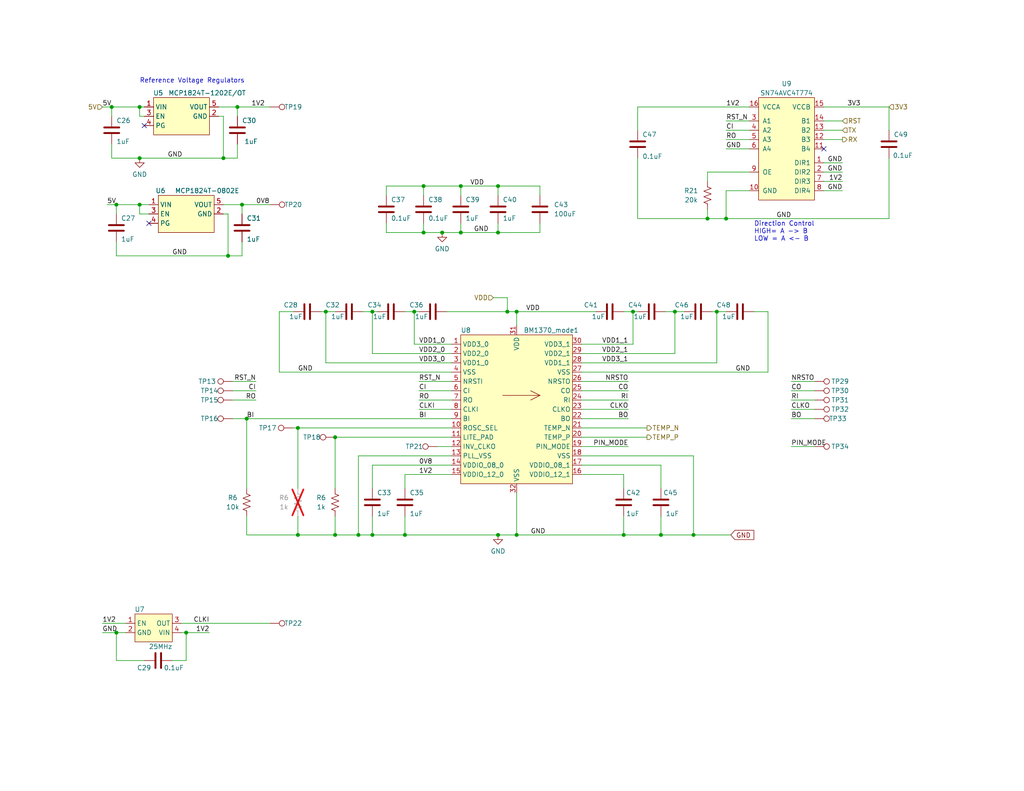
<source format=kicad_sch>
(kicad_sch (version 20250114) (generator "eeschema") (generator_version "9.0")
  (paper "A")
  (title_block (title "bitaxeGamma") (date "2024-09-26") (rev "601"))
  (lib_symbols
    (symbol "Connector:TestPoint" (pin_numbers (hide yes)) (pin_names (offset 0.762) (hide yes))
      (property "Reference" "TP" (at 0 6.858 0))
      (property "Value" "TestPoint" (at 0 5.08 0))
      (symbol "TestPoint_0_1"
        (circle (center 0 3.302) (radius 0.762))
      )
      (symbol "TestPoint_1_1"
        (pin passive line (at 0 0 90) (length 2.54) (name "1") (number "1"))
      )
    )
    (symbol "Device:C" (pin_numbers (hide yes)) (pin_names (offset 0.254))
      (property "Reference" "C" (at 0.635 2.54 0))
      (property "Value" "C" (at 0.635 -2.54 0))
      (symbol "C_0_1"
        (polyline (pts (xy -2.032 0.762) (xy 2.032 0.762)) (stroke (width 0.508)))
        (polyline (pts (xy -2.032 -0.762) (xy 2.032 -0.762)) (stroke (width 0.508)))
      )
      (symbol "C_1_1"
        (pin passive line (at 0 3.81 270) (length 2.794) (name "~") (number "1"))
        (pin passive line (at 0 -3.81 90) (length 2.794) (name "~") (number "2"))
      )
    )
    (symbol "Device:R_US" (pin_numbers (hide yes)) (pin_names (offset 0))
      (property "Reference" "R" (at 2.54 0 90))
      (property "Value" "R_US" (at -2.54 0 90))
      (symbol "R_US_0_1"
        (polyline (pts (xy 0 2.286) (xy 0 2.54)))
        (polyline (pts (xy 0 2.286) (xy 1.016 1.905) (xy 0 1.524) (xy -1.016 1.143) (xy 0 0.762)))
        (polyline (pts (xy 0 0.762) (xy 1.016 0.381) (xy 0 0) (xy -1.016 -0.381) (xy 0 -0.762)))
        (polyline (pts (xy 0 -0.762) (xy 1.016 -1.143) (xy 0 -1.524) (xy -1.016 -1.905) (xy 0 -2.286)))
        (polyline (pts (xy 0 -2.286) (xy 0 -2.54)))
      )
      (symbol "R_US_1_1"
        (pin passive line (at 0 3.81 270) (length 1.27) (name "~") (number "1"))
        (pin passive line (at 0 -3.81 90) (length 1.27) (name "~") (number "2"))
      )
    )
    (symbol "MCP1824_1"
      (property "Reference" "U" (at -7.62 5.08 0))
      (property "Value" "MCP1824_1" (at 5.08 5.08 0))
      (symbol "MCP1824_1_0_1"
        (rectangle (start -7.62 3.81) (end 7.62 -6.35) (stroke (width 0.1524)) (fill (type background)))
      )
      (symbol "MCP1824_1_1_0"
        (pin bidirectional line (at -10.16 1.27 0) (length 2.54) (name "VIN") (number "1"))
        (pin bidirectional line (at -10.16 -1.27 0) (length 2.54) (name "EN") (number "3"))
        (pin bidirectional line (at -10.16 -3.81 0) (length 2.54) (name "PG") (number "4"))
        (pin bidirectional line (at 10.16 1.27 180) (length 2.54) (name "VOUT") (number "5"))
        (pin bidirectional line (at 10.16 -1.27 180) (length 2.54) (name "GND") (number "2"))
      )
    )
    (symbol "bitaxe:BM1370_mode1"
      (property "Reference" "U4" (at -15.24 21.59 0))
      (property "Value" "BM1370_mode1" (at 1.905 21.59 0))
      (symbol "BM1370_mode1_0_1"
        (rectangle (start -15.24 20.32) (end 15.24 -20.32) (fill (type background)))
        (polyline (pts (xy -3.81 3.81) (xy 6.35 3.81)))
        (polyline (pts (xy 3.81 5.08) (xy 6.35 3.81)))
        (polyline (pts (xy 3.81 2.54) (xy 6.35 3.81)))
      )
      (symbol "BM1370_mode1_1_1"
        (pin power_in line (at -17.78 17.78 0) (length 2.54) (name "VDD3_0") (number "1"))
        (pin power_in line (at -17.78 15.24 0) (length 2.54) (name "VDD2_0") (number "2"))
        (pin power_in line (at -17.78 12.7 0) (length 2.54) (name "VDD1_0") (number "3"))
        (pin power_in line (at -17.78 10.16 0) (length 2.54) (name "VSS") (number "4"))
        (pin input line (at -17.78 7.62 0) (length 2.54) (name "NRSTI") (number "5"))
        (pin input line (at -17.78 5.08 0) (length 2.54) (name "CI") (number "6"))
        (pin output line (at -17.78 2.54 0) (length 2.54) (name "RO") (number "7"))
        (pin input line (at -17.78 0 0) (length 2.54) (name "CLKI") (number "8"))
        (pin input line (at -17.78 -2.54 0) (length 2.54) (name "BI") (number "9"))
        (pin unspecified line (at -17.78 -5.08 0) (length 2.54) (name "ROSC_SEL") (number "10"))
        (pin unspecified line (at -17.78 -7.62 0) (length 2.54) (name "LITE_PAD") (number "11"))
        (pin unspecified line (at -17.78 -10.16 0) (length 2.54) (name "INV_CLKO") (number "12"))
        (pin power_in line (at -17.78 -12.7 0) (length 2.54) (name "PLL_VSS") (number "13"))
        (pin power_in line (at -17.78 -15.24 0) (length 2.54) (name "VDDIO_08_0") (number "14"))
        (pin power_in line (at -17.78 -17.78 0) (length 2.54) (name "VDDIO_12_0") (number "15"))
        (pin power_in line (at 0 22.86 270) (length 2.54) (name "VDD") (number "31"))
        (pin power_in line (at 0 -22.86 90) (length 2.54) (name "VSS") (number "32"))
        (pin power_in line (at 17.78 17.78 180) (length 2.54) (name "VDD3_1") (number "30"))
        (pin power_in line (at 17.78 15.24 180) (length 2.54) (name "VDD2_1") (number "29"))
        (pin power_in line (at 17.78 12.7 180) (length 2.54) (name "VDD1_1") (number "28"))
        (pin power_in line (at 17.78 10.16 180) (length 2.54) (name "VSS") (number "27"))
        (pin output line (at 17.78 7.62 180) (length 2.54) (name "NRSTO") (number "26"))
        (pin output line (at 17.78 5.08 180) (length 2.54) (name "CO") (number "25"))
        (pin input line (at 17.78 2.54 180) (length 2.54) (name "RI") (number "24"))
        (pin output line (at 17.78 0 180) (length 2.54) (name "CLKO") (number "23"))
        (pin output line (at 17.78 -2.54 180) (length 2.54) (name "BO") (number "22"))
        (pin unspecified line (at 17.78 -5.08 180) (length 2.54) (name "TEMP_N") (number "21"))
        (pin unspecified line (at 17.78 -7.62 180) (length 2.54) (name "TEMP_P") (number "20"))
        (pin input line (at 17.78 -10.16 180) (length 2.54) (name "PIN_MODE") (number "19"))
        (pin power_in line (at 17.78 -12.7 180) (length 2.54) (name "VSS") (number "18"))
        (pin power_in line (at 17.78 -15.24 180) (length 2.54) (name "VDDIO_08_1") (number "17"))
        (pin power_in line (at 17.78 -17.78 180) (length 2.54) (name "VDDIO_12_1") (number "16"))
      )
    )
    (symbol "bitaxe:MCP1824"
      (property "Reference" "U" (at -7.62 5.08 0))
      (property "Value" "MCP1824" (at 5.08 5.08 0))
      (symbol "MCP1824_0_1"
        (rectangle (start -7.62 3.81) (end 7.62 -6.35) (stroke (width 0.1524)) (fill (type background)))
      )
      (symbol "MCP1824_1_0"
        (pin bidirectional line (at -10.16 1.27 0) (length 2.54) (name "VIN") (number "1"))
        (pin bidirectional line (at -10.16 -1.27 0) (length 2.54) (name "EN") (number "3"))
        (pin bidirectional line (at -10.16 -3.81 0) (length 2.54) (name "PG") (number "4"))
        (pin bidirectional line (at 10.16 1.27 180) (length 2.54) (name "VOUT") (number "5"))
        (pin bidirectional line (at 10.16 -1.27 180) (length 2.54) (name "GND") (number "2"))
      )
    )
    (symbol "bitaxe:SN74AVC4T774" (pin_names (offset 1.016))
      (property "Reference" "U" (at -6.35 12.7 0))
      (property "Value" "SN74AVC4T774" (at -7.62 -19.05 0))
      (symbol "SN74AVC4T774_0_0"
        (rectangle (start -7.62 11.43) (end 7.62 -16.51) (stroke (width 0.1524)) (fill (type background)))
      )
      (symbol "SN74AVC4T774_1_0"
        (pin power_in line (at -10.16 8.89 0) (length 2.54) (name "VCCA") (number "16"))
        (pin bidirectional line (at -10.16 5.08 0) (length 2.54) (name "A1") (number "3"))
        (pin bidirectional line (at -10.16 2.54 0) (length 2.54) (name "A2") (number "4"))
        (pin bidirectional line (at -10.16 0 0) (length 2.54) (name "A3") (number "5"))
        (pin bidirectional line (at -10.16 -2.54 0) (length 2.54) (name "A4") (number "6"))
        (pin input line (at -10.16 -8.89 0) (length 2.54) (name "OE") (number "9"))
        (pin power_in line (at -10.16 -13.97 0) (length 2.54) (name "GND") (number "10"))
        (pin power_in line (at 10.16 8.89 180) (length 2.54) (name "VCCB") (number "15"))
        (pin bidirectional line (at 10.16 5.08 180) (length 2.54) (name "B1") (number "14"))
        (pin bidirectional line (at 10.16 2.54 180) (length 2.54) (name "B2") (number "13"))
        (pin bidirectional line (at 10.16 0 180) (length 2.54) (name "B3") (number "12"))
        (pin bidirectional line (at 10.16 -2.54 180) (length 2.54) (name "B4") (number "11"))
        (pin input line (at 10.16 -6.35 180) (length 2.54) (name "DIR1") (number "1"))
        (pin input line (at 10.16 -8.89 180) (length 2.54) (name "DIR2") (number "2"))
        (pin input line (at 10.16 -11.43 180) (length 2.54) (name "DIR3") (number "7"))
        (pin input line (at 10.16 -13.97 180) (length 2.54) (name "DIR4") (number "8"))
      )
    )
    (symbol "bitaxe:oscillator"
      (property "Reference" "U" (at -3.81 5.08 0))
      (property "Value" "oscillator" (at 0 -5.08 0))
      (symbol "oscillator_0_1"
        (rectangle (start -5.08 3.81) (end 5.08 -3.81) (stroke (width 0.1524)) (fill (type background)))
      )
      (symbol "oscillator_1_0"
        (pin bidirectional line (at -7.62 1.27 0) (length 2.54) (name "EN") (number "1"))
        (pin bidirectional line (at -7.62 -1.27 0) (length 2.54) (name "GND") (number "2"))
        (pin bidirectional line (at 7.62 1.27 180) (length 2.54) (name "OUT") (number "3"))
        (pin bidirectional line (at 7.62 -1.27 180) (length 2.54) (name "VIN") (number "4"))
      )
    )
    (symbol "power:GND" (power) (pin_names (offset 0))
      (property "Value" "GND" (at 0 -3.81 0))
      (symbol "GND_0_1"
        (polyline (pts (xy 0 0) (xy 0 -1.27) (xy 1.27 -1.27) (xy 0 -2.54) (xy -1.27 -1.27) (xy 0 -1.27)))
      )
      (symbol "GND_1_1"
        (pin power_in line (at 0 0 270) (length 0) (hide yes) (name "GND") (number "1"))
      )
    )
  )
  (text "Reference Voltage Regulators" (at 38.1 22.86 0) (effects (font (size 1.27 1.27)) (justify left bottom)))
  (text "Direction Control\nHIGH= A -> B\nLOW = A <- B" (at 205.74 66.04 0) (effects (font (size 1.27 1.27)) (justify left bottom)))
  (junction (at 180.34 146.05))
  (junction (at 184.15 85.09))
  (junction (at 115.57 63.5) (diameter 0.9144))
  (junction (at 38.1 43.18))
  (junction (at 67.31 114.3))
  (junction (at 30.48 29.21) (diameter 0.9144))
  (junction (at 125.73 50.8) (diameter 0.9144))
  (junction (at 135.89 50.8))
  (junction (at 38.1 55.88))
  (junction (at 135.89 63.5))
  (junction (at 81.28 116.84))
  (junction (at 120.65 63.5))
  (junction (at 62.23 69.85) (diameter 0.9144))
  (junction (at 101.6 85.09))
  (junction (at 101.6 146.05))
  (junction (at 91.44 119.38))
  (junction (at 113.03 85.09))
  (junction (at 97.79 146.05))
  (junction (at 110.49 146.05))
  (junction (at 64.77 29.21) (diameter 0.9144))
  (junction (at 189.23 146.05))
  (junction (at 50.8 172.72))
  (junction (at 138.43 85.09))
  (junction (at 135.89 146.05))
  (junction (at 91.44 146.05))
  (junction (at 31.75 55.88) (diameter 0.9144))
  (junction (at 125.73 63.5) (diameter 0.9144))
  (junction (at 198.12 59.69))
  (junction (at 170.18 146.05))
  (junction (at 172.72 85.09))
  (junction (at 81.28 146.05))
  (junction (at 60.96 43.18) (diameter 0.9144))
  (junction (at 195.58 85.09))
  (junction (at 38.1 29.21))
  (junction (at 88.9 85.09))
  (junction (at 193.04 59.69))
  (junction (at 140.97 85.09))
  (junction (at 31.75 172.72))
  (junction (at 115.57 50.8) (diameter 0.9144))
  (junction (at 140.97 146.05))
  (junction (at 66.04 55.88) (diameter 0.9144))
  (no_connect (at 40.64 60.96))
  (no_connect (at 224.79 40.64))
  (no_connect (at 39.37 34.29))
  (wire (pts (xy 31.75 180.34) (xy 31.75 172.72)))
  (wire (pts (xy 180.34 146.05) (xy 189.23 146.05)))
  (wire (pts (xy 101.6 127) (xy 123.19 127)))
  (wire (pts (xy 105.41 60.96) (xy 105.41 63.5)))
  (wire (pts (xy 110.49 129.54) (xy 110.49 133.35)))
  (wire (pts (xy 242.57 29.21) (xy 242.57 35.56)))
  (wire (pts (xy 88.9 99.06) (xy 88.9 85.09)))
  (wire (pts (xy 198.12 59.69) (xy 242.57 59.69)))
  (wire (pts (xy 140.97 134.62) (xy 140.97 146.05)))
  (wire (pts (xy 134.62 81.28) (xy 138.43 81.28)))
  (wire (pts (xy 91.44 140.97) (xy 91.44 146.05)))
  (wire (pts (xy 215.9 114.3) (xy 222.25 114.3)))
  (wire (pts (xy 125.73 53.34) (xy 125.73 50.8)))
  (wire (pts (xy 115.57 63.5) (xy 105.41 63.5)))
  (wire (pts (xy 195.58 99.06) (xy 195.58 85.09)))
  (wire (pts (xy 198.12 52.07) (xy 198.12 59.69)))
  (wire (pts (xy 114.3 104.14) (xy 123.19 104.14)))
  (wire (pts (xy 110.49 85.09) (xy 113.03 85.09)))
  (wire (pts (xy 113.03 85.09) (xy 114.3 85.09)))
  (wire (pts (xy 158.75 121.92) (xy 171.45 121.92)))
  (wire (pts (xy 64.77 39.37) (xy 64.77 43.18)))
  (wire (pts (xy 158.75 124.46) (xy 189.23 124.46)))
  (wire (pts (xy 158.75 93.98) (xy 172.72 93.98)))
  (wire (pts (xy 81.28 146.05) (xy 91.44 146.05)))
  (wire (pts (xy 60.96 31.75) (xy 59.69 31.75)))
  (wire (pts (xy 31.75 55.88) (xy 38.1 55.88)))
  (wire (pts (xy 158.75 104.14) (xy 171.45 104.14)))
  (wire (pts (xy 88.9 85.09) (xy 91.44 85.09)))
  (wire (pts (xy 101.6 127) (xy 101.6 133.35)))
  (wire (pts (xy 76.2 101.6) (xy 76.2 85.09)))
  (wire (pts (xy 101.6 146.05) (xy 110.49 146.05)))
  (wire (pts (xy 162.56 85.09) (xy 140.97 85.09)))
  (wire (pts (xy 184.15 85.09) (xy 186.69 85.09)))
  (wire (pts (xy 46.99 180.34) (xy 50.8 180.34)))
  (wire (pts (xy 209.55 85.09) (xy 205.74 85.09)))
  (wire (pts (xy 115.57 53.34) (xy 115.57 50.8)))
  (wire (pts (xy 189.23 124.46) (xy 189.23 146.05)))
  (wire (pts (xy 99.06 85.09) (xy 101.6 85.09)))
  (wire (pts (xy 62.23 58.42) (xy 60.96 58.42)))
  (wire (pts (xy 135.89 60.96) (xy 135.89 63.5)))
  (wire (pts (xy 193.04 59.69) (xy 193.04 57.15)))
  (wire (pts (xy 242.57 43.18) (xy 242.57 59.69)))
  (wire (pts (xy 180.34 127) (xy 180.34 133.35)))
  (wire (pts (xy 64.77 43.18) (xy 60.96 43.18)))
  (wire (pts (xy 31.75 66.04) (xy 31.75 69.85)))
  (wire (pts (xy 158.75 109.22) (xy 171.45 109.22)))
  (wire (pts (xy 172.72 93.98) (xy 172.72 85.09)))
  (wire (pts (xy 50.8 172.72) (xy 57.15 172.72)))
  (wire (pts (xy 147.32 60.96) (xy 147.32 63.5)))
  (wire (pts (xy 158.75 96.52) (xy 184.15 96.52)))
  (wire (pts (xy 31.75 55.88) (xy 31.75 58.42)))
  (wire (pts (xy 67.31 140.97) (xy 67.31 146.05)))
  (wire (pts (xy 209.55 101.6) (xy 209.55 85.09)))
  (wire (pts (xy 62.23 69.85) (xy 31.75 69.85)))
  (wire (pts (xy 66.04 66.04) (xy 66.04 69.85)))
  (wire (pts (xy 224.79 35.56) (xy 229.87 35.56)))
  (wire (pts (xy 66.04 55.88) (xy 73.66 55.88)))
  (wire (pts (xy 215.9 106.68) (xy 222.25 106.68)))
  (wire (pts (xy 81.28 140.97) (xy 81.28 146.05)))
  (wire (pts (xy 50.8 180.34) (xy 50.8 172.72)))
  (wire (pts (xy 135.89 50.8) (xy 147.32 50.8)))
  (wire (pts (xy 113.03 93.98) (xy 123.19 93.98)))
  (wire (pts (xy 66.04 69.85) (xy 62.23 69.85)))
  (wire (pts (xy 67.31 114.3) (xy 123.19 114.3)))
  (wire (pts (xy 38.1 58.42) (xy 38.1 55.88)))
  (wire (pts (xy 114.3 106.68) (xy 123.19 106.68)))
  (wire (pts (xy 30.48 39.37) (xy 30.48 43.18)))
  (wire (pts (xy 38.1 29.21) (xy 39.37 29.21)))
  (wire (pts (xy 115.57 60.96) (xy 115.57 63.5)))
  (wire (pts (xy 121.92 85.09) (xy 138.43 85.09)))
  (wire (pts (xy 120.65 63.5) (xy 115.57 63.5)))
  (wire (pts (xy 62.23 58.42) (xy 62.23 69.85)))
  (wire (pts (xy 87.63 85.09) (xy 88.9 85.09)))
  (wire (pts (xy 91.44 119.38) (xy 91.44 133.35)))
  (wire (pts (xy 158.75 99.06) (xy 195.58 99.06)))
  (wire (pts (xy 123.19 101.6) (xy 76.2 101.6)))
  (wire (pts (xy 101.6 96.52) (xy 123.19 96.52)))
  (wire (pts (xy 81.28 116.84) (xy 123.19 116.84)))
  (wire (pts (xy 88.9 99.06) (xy 123.19 99.06)))
  (wire (pts (xy 138.43 81.28) (xy 138.43 85.09)))
  (wire (pts (xy 158.75 127) (xy 180.34 127)))
  (wire (pts (xy 38.1 31.75) (xy 39.37 31.75)))
  (wire (pts (xy 97.79 124.46) (xy 97.79 146.05)))
  (wire (pts (xy 215.9 121.92) (xy 222.25 121.92)))
  (wire (pts (xy 125.73 60.96) (xy 125.73 63.5)))
  (wire (pts (xy 224.79 38.1) (xy 229.87 38.1)))
  (wire (pts (xy 81.28 146.05) (xy 67.31 146.05)))
  (wire (pts (xy 181.61 85.09) (xy 184.15 85.09)))
  (wire (pts (xy 31.75 172.72) (xy 34.29 172.72)))
  (wire (pts (xy 193.04 46.99) (xy 193.04 49.53)))
  (wire (pts (xy 224.79 46.99) (xy 229.87 46.99)))
  (wire (pts (xy 158.75 129.54) (xy 170.18 129.54)))
  (wire (pts (xy 101.6 140.97) (xy 101.6 146.05)))
  (wire (pts (xy 158.75 114.3) (xy 171.45 114.3)))
  (wire (pts (xy 215.9 111.76) (xy 222.25 111.76)))
  (wire (pts (xy 224.79 29.21) (xy 242.57 29.21)))
  (wire (pts (xy 158.75 106.68) (xy 171.45 106.68)))
  (wire (pts (xy 38.1 55.88) (xy 40.64 55.88)))
  (wire (pts (xy 158.75 101.6) (xy 209.55 101.6)))
  (wire (pts (xy 198.12 35.56) (xy 204.47 35.56)))
  (wire (pts (xy 60.96 31.75) (xy 60.96 43.18)))
  (wire (pts (xy 110.49 129.54) (xy 123.19 129.54)))
  (wire (pts (xy 110.49 140.97) (xy 110.49 146.05)))
  (wire (pts (xy 204.47 46.99) (xy 193.04 46.99)))
  (wire (pts (xy 105.41 53.34) (xy 105.41 50.8)))
  (wire (pts (xy 60.96 55.88) (xy 66.04 55.88)))
  (wire (pts (xy 63.5 106.68) (xy 69.85 106.68)))
  (wire (pts (xy 170.18 140.97) (xy 170.18 146.05)))
  (wire (pts (xy 198.12 33.02) (xy 204.47 33.02)))
  (wire (pts (xy 195.58 85.09) (xy 198.12 85.09)))
  (wire (pts (xy 170.18 85.09) (xy 172.72 85.09)))
  (wire (pts (xy 30.48 29.21) (xy 38.1 29.21)))
  (wire (pts (xy 27.94 29.21) (xy 30.48 29.21)))
  (wire (pts (xy 224.79 44.45) (xy 229.87 44.45)))
  (wire (pts (xy 158.75 116.84) (xy 176.53 116.84)))
  (wire (pts (xy 30.48 29.21) (xy 30.48 31.75)))
  (wire (pts (xy 27.94 170.18) (xy 34.29 170.18)))
  (wire (pts (xy 125.73 63.5) (xy 120.65 63.5)))
  (wire (pts (xy 123.19 119.38) (xy 91.44 119.38)))
  (wire (pts (xy 38.1 58.42) (xy 40.64 58.42)))
  (wire (pts (xy 119.38 121.92) (xy 123.19 121.92)))
  (wire (pts (xy 173.99 43.18) (xy 173.99 59.69)))
  (wire (pts (xy 101.6 96.52) (xy 101.6 85.09)))
  (wire (pts (xy 173.99 29.21) (xy 204.47 29.21)))
  (wire (pts (xy 29.21 55.88) (xy 31.75 55.88)))
  (wire (pts (xy 224.79 33.02) (xy 229.87 33.02)))
  (wire (pts (xy 224.79 49.53) (xy 229.87 49.53)))
  (wire (pts (xy 101.6 85.09) (xy 102.87 85.09)))
  (wire (pts (xy 189.23 146.05) (xy 199.39 146.05)))
  (wire (pts (xy 115.57 50.8) (xy 125.73 50.8)))
  (wire (pts (xy 59.69 29.21) (xy 64.77 29.21)))
  (wire (pts (xy 173.99 59.69) (xy 193.04 59.69)))
  (wire (pts (xy 49.53 172.72) (xy 50.8 172.72)))
  (wire (pts (xy 76.2 85.09) (xy 80.01 85.09)))
  (wire (pts (xy 215.9 109.22) (xy 222.25 109.22)))
  (wire (pts (xy 170.18 129.54) (xy 170.18 133.35)))
  (wire (pts (xy 97.79 146.05) (xy 101.6 146.05)))
  (wire (pts (xy 198.12 38.1) (xy 204.47 38.1)))
  (wire (pts (xy 114.3 109.22) (xy 123.19 109.22)))
  (wire (pts (xy 194.31 85.09) (xy 195.58 85.09)))
  (wire (pts (xy 27.94 172.72) (xy 31.75 172.72)))
  (wire (pts (xy 158.75 119.38) (xy 176.53 119.38)))
  (wire (pts (xy 198.12 40.64) (xy 204.47 40.64)))
  (wire (pts (xy 64.77 29.21) (xy 64.77 31.75)))
  (wire (pts (xy 38.1 43.18) (xy 30.48 43.18)))
  (wire (pts (xy 135.89 53.34) (xy 135.89 50.8)))
  (wire (pts (xy 67.31 114.3) (xy 67.31 133.35)))
  (wire (pts (xy 170.18 146.05) (xy 180.34 146.05)))
  (wire (pts (xy 140.97 85.09) (xy 140.97 88.9)))
  (wire (pts (xy 113.03 85.09) (xy 113.03 93.98)))
  (wire (pts (xy 140.97 146.05) (xy 170.18 146.05)))
  (wire (pts (xy 198.12 59.69) (xy 193.04 59.69)))
  (wire (pts (xy 66.04 55.88) (xy 66.04 58.42)))
  (wire (pts (xy 147.32 53.34) (xy 147.32 50.8)))
  (wire (pts (xy 64.77 29.21) (xy 73.66 29.21)))
  (wire (pts (xy 110.49 146.05) (xy 135.89 146.05)))
  (wire (pts (xy 38.1 31.75) (xy 38.1 29.21)))
  (wire (pts (xy 114.3 111.76) (xy 123.19 111.76)))
  (wire (pts (xy 173.99 29.21) (xy 173.99 35.56)))
  (wire (pts (xy 224.79 52.07) (xy 229.87 52.07)))
  (wire (pts (xy 135.89 146.05) (xy 140.97 146.05)))
  (wire (pts (xy 123.19 124.46) (xy 97.79 124.46)))
  (wire (pts (xy 81.28 116.84) (xy 81.28 133.35)))
  (wire (pts (xy 125.73 50.8) (xy 135.89 50.8)))
  (wire (pts (xy 172.72 85.09) (xy 173.99 85.09)))
  (wire (pts (xy 215.9 104.14) (xy 222.25 104.14)))
  (wire (pts (xy 63.5 109.22) (xy 69.85 109.22)))
  (wire (pts (xy 91.44 146.05) (xy 97.79 146.05)))
  (wire (pts (xy 105.41 50.8) (xy 115.57 50.8)))
  (wire (pts (xy 39.37 180.34) (xy 31.75 180.34)))
  (wire (pts (xy 204.47 52.07) (xy 198.12 52.07)))
  (wire (pts (xy 184.15 96.52) (xy 184.15 85.09)))
  (wire (pts (xy 158.75 111.76) (xy 171.45 111.76)))
  (wire (pts (xy 135.89 63.5) (xy 125.73 63.5)))
  (wire (pts (xy 63.5 114.3) (xy 67.31 114.3)))
  (wire (pts (xy 49.53 170.18) (xy 73.66 170.18)))
  (wire (pts (xy 80.01 116.84) (xy 81.28 116.84)))
  (wire (pts (xy 63.5 104.14) (xy 69.85 104.14)))
  (wire (pts (xy 138.43 85.09) (xy 140.97 85.09)))
  (wire (pts (xy 180.34 140.97) (xy 180.34 146.05)))
  (wire (pts (xy 60.96 43.18) (xy 38.1 43.18)))
  (wire (pts (xy 135.89 63.5) (xy 147.32 63.5)))
  (label "GND" (at 45.72 43.18 0))
  (label "RST_N" (at 69.85 104.14 180))
  (label "GND" (at 229.87 46.99 180))
  (label "1V2" (at 114.3 129.54 0))
  (label "1V2" (at 68.58 29.21 0))
  (label "BI" (at 67.31 114.3 0))
  (label "GND" (at 27.94 172.72 0))
  (label "CLKO" (at 171.45 111.76 180))
  (label "RST_N" (at 114.3 104.14 0))
  (label "5V" (at 29.21 55.88 0))
  (label "RO" (at 114.3 109.22 0))
  (label "0V8" (at 69.85 55.88 0))
  (label "CO" (at 215.9 106.68 0))
  (label "GND" (at 144.78 146.05 0))
  (label "BO" (at 215.9 114.3 0))
  (label "GND" (at 198.12 40.64 0))
  (label "5V" (at 27.94 29.21 0))
  (label "CI" (at 198.12 35.56 0))
  (label "GND" (at 229.87 52.07 180))
  (label "PIN_MODE" (at 215.9 121.92 0))
  (label "1V2" (at 229.87 49.53 180))
  (label "CI" (at 69.85 106.68 180))
  (label "1V2" (at 27.94 170.18 0))
  (label "RO" (at 198.12 38.1 0))
  (label "NRSTO" (at 215.9 104.14 0))
  (label "PIN_MODE" (at 171.45 121.92 180))
  (label "0V8" (at 114.3 127 0))
  (label "GND" (at 46.99 69.85 0))
  (label "VDD3_1" (at 171.45 99.06 180))
  (label "VDD2_1" (at 171.45 96.52 180))
  (label "RI" (at 215.9 109.22 0))
  (label "RST_N" (at 198.12 33.02 0))
  (label "CLKI" (at 114.3 111.76 0))
  (label "1V2" (at 198.12 29.21 0))
  (label "CO" (at 171.45 106.68 180))
  (label "VDD1_0" (at 114.3 93.98 0))
  (label "VDD3_0" (at 114.3 99.06 0))
  (label "CLKO" (at 215.9 111.76 0))
  (label "CLKI" (at 57.15 170.18 180))
  (label "3V3" (at 231.14 29.21 0))
  (label "RO" (at 69.85 109.22 180))
  (label "VDD1_1" (at 171.45 93.98 180))
  (label "GND" (at 81.28 101.6 0))
  (label "VDD" (at 143.51 85.09 0))
  (label "BO" (at 171.45 114.3 180))
  (label "GND" (at 215.9 59.69 180))
  (label "RI" (at 171.45 109.22 180))
  (label "1V2" (at 57.15 172.72 180))
  (label "VDD2_0" (at 114.3 96.52 0))
  (label "NRSTO" (at 171.45 104.14 180))
  (label "GND" (at 200.66 101.6 0))
  (label "GND" (at 133.35 63.5 180))
  (label "GND" (at 229.87 44.45 180))
  (label "CI" (at 114.3 106.68 0))
  (label "VDD" (at 128.27 50.8 0))
  (label "BI" (at 114.3 114.3 0))
  (global_label "GND" (shape input) (at 199.39 146.05 0) (property "Intersheetrefs" "${INTERSHEET_REFS}" (effects (hide yes))))
  (hierarchical_label "5V" (shape input) (at 27.94 29.21 180))
  (hierarchical_label "TEMP_N" (shape output) (at 176.53 116.84 0))
  (hierarchical_label "3V3" (shape input) (at 242.57 29.21 0))
  (hierarchical_label "TX" (shape input) (at 229.87 35.56 0))
  (hierarchical_label "RX" (shape output) (at 229.87 38.1 0))
  (hierarchical_label "VDD" (shape input) (at 134.62 81.28 180))
  (hierarchical_label "RST" (shape input) (at 229.87 33.02 0))
  (hierarchical_label "TEMP_P" (shape output) (at 176.53 119.38 0))
  (symbol (lib_id "Device:C") (at 64.77 35.56 0) (unit 1)
    (property "Reference" "C30" (at 66.04 33.655 0) (effects (justify left bottom)))
    (property "Value" "1uF" (at 66.675 39.37 0) (effects (justify left bottom)))
    (property "Footprint" "Capacitor_SMD:C_0402_1005Metric" (effects (hide yes)))
    (property "DK" "587-5514-1-ND" (effects (hide yes)))
    (property "PARTNO" "EMK105BJ105MV-F" (effects (hide yes)))
  )
  (symbol (lib_id "Device:C") (at 30.48 35.56 0) (unit 1)
    (property "Reference" "C26" (at 31.75 33.655 0) (effects (justify left bottom)))
    (property "Value" "1uF" (at 31.75 39.37 0) (effects (justify left bottom)))
    (property "Footprint" "Capacitor_SMD:C_0402_1005Metric" (effects (hide yes)))
    (property "DK" "587-5514-1-ND" (effects (hide yes)))
    (property "PARTNO" "EMK105BJ105MV-F" (effects (hide yes)))
  )
  (symbol (lib_id "Device:C") (at 125.73 57.15 0) (unit 1)
    (property "Reference" "C39" (at 127 55.245 0) (effects (justify left bottom)))
    (property "Value" "1uF" (at 127 60.325 0) (effects (justify left bottom)))
    (property "Footprint" "Capacitor_SMD:C_0402_1005Metric" (effects (hide yes)))
    (property "DK" "587-5514-1-ND" (effects (hide yes)))
    (property "PARTNO" "EMK105BJ105MV-F" (effects (hide yes)))
  )
  (symbol (lib_id "Device:C") (at 118.11 85.09 90) (unit 1)
    (property "Reference" "C36" (at 115.57 82.55 90) (effects (justify left bottom)))
    (property "Value" "1uF" (at 116.84 85.725 90) (effects (justify left bottom)))
    (property "Footprint" "Capacitor_SMD:C_0402_1005Metric" (effects (hide yes)))
    (property "DK" "587-5514-1-ND" (effects (hide yes)))
    (property "PARTNO" "EMK105BJ105MV-F" (effects (hide yes)))
  )
  (symbol (lib_id "Connector:TestPoint") (at 222.25 114.3 270) (unit 1) (in_bom no)
    (property "Reference" "TP33" (at 228.6 114.3 90))
    (property "Value" "TestPoint" (effects (hide yes)))
    (property "Footprint" "TestPoint:TestPoint_Pad_D1.5mm" (effects (hide yes)))
  )
  (symbol (lib_id "Device:C") (at 115.57 57.15 0) (unit 1)
    (property "Reference" "C38" (at 116.84 55.245 0) (effects (justify left bottom)))
    (property "Value" "0.1uF" (at 116.84 60.325 0) (effects (justify left bottom)))
    (property "Footprint" "Capacitor_SMD:C_0402_1005Metric" (effects (hide yes)))
    (property "DK" "1276-1234-1-ND" (effects (hide yes)))
    (property "PARTNO" "CL05A104KO5NNNC" (effects (hide yes)))
  )
  (symbol (lib_id "Connector:TestPoint") (at 222.25 109.22 270) (unit 1) (in_bom no)
    (property "Reference" "TP31" (at 229.235 109.22 90))
    (property "Value" "TestPoint" (effects (hide yes)))
    (property "Footprint" "TestPoint:TestPoint_Pad_D1.5mm" (effects (hide yes)))
  )
  (symbol (lib_id "Connector:TestPoint") (at 222.25 111.76 270) (unit 1) (in_bom no)
    (property "Reference" "TP32" (at 229.235 111.76 90))
    (property "Value" "TestPoint" (effects (hide yes)))
    (property "Footprint" "TestPoint:TestPoint_Pad_D1.5mm" (effects (hide yes)))
  )
  (symbol (lib_id "Device:C") (at 190.5 85.09 90) (unit 1)
    (property "Reference" "C46" (at 187.96 82.55 90) (effects (justify left bottom)))
    (property "Value" "1uF" (at 189.23 85.725 90) (effects (justify left bottom)))
    (property "Footprint" "Capacitor_SMD:C_0402_1005Metric" (effects (hide yes)))
    (property "DK" "587-5514-1-ND" (effects (hide yes)))
    (property "PARTNO" "EMK105BJ105MV-F" (effects (hide yes)))
  )
  (symbol (lib_id "Device:C") (at 201.93 85.09 90) (unit 1)
    (property "Reference" "C48" (at 199.39 82.55 90) (effects (justify left bottom)))
    (property "Value" "1uF" (at 200.66 85.725 90) (effects (justify left bottom)))
    (property "Footprint" "Capacitor_SMD:C_0402_1005Metric" (effects (hide yes)))
    (property "DK" "587-5514-1-ND" (effects (hide yes)))
    (property "PARTNO" "EMK105BJ105MV-F" (effects (hide yes)))
  )
  (symbol (lib_id "Device:C") (at 43.18 180.34 90) (unit 1)
    (property "Reference" "C29" (at 41.275 181.61 90) (effects (justify left bottom)))
    (property "Value" "0.1uF" (at 50.165 181.61 90) (effects (justify left bottom)))
    (property "Footprint" "Capacitor_SMD:C_0402_1005Metric" (effects (hide yes)))
    (property "DK" "1276-1234-1-ND" (effects (hide yes)))
    (property "PARTNO" "CL05A104KO5NNNC" (effects (hide yes)))
  )
  (symbol (lib_id "power:GND") (at 135.89 146.05 0) (mirror y) (unit 1)
    (property "Reference" "#PWR02" (effects (hide yes)))
    (property "Value" "GND" (at 135.89 150.495 0))
  )
  (symbol (lib_id "Device:C") (at 105.41 57.15 0) (unit 1)
    (property "Reference" "C37" (at 106.68 55.245 0) (effects (justify left bottom)))
    (property "Value" "0.1uF" (at 106.68 60.325 0) (effects (justify left bottom)))
    (property "Footprint" "Capacitor_SMD:C_0402_1005Metric" (effects (hide yes)))
    (property "DK" "1276-1234-1-ND" (effects (hide yes)))
    (property "PARTNO" "CL05A104KO5NNNC" (effects (hide yes)))
  )
  (symbol (lib_id "Device:C") (at 177.8 85.09 90) (unit 1)
    (property "Reference" "C44" (at 175.26 82.55 90) (effects (justify left bottom)))
    (property "Value" "1uF" (at 176.53 85.725 90) (effects (justify left bottom)))
    (property "Footprint" "Capacitor_SMD:C_0402_1005Metric" (effects (hide yes)))
    (property "DK" "587-5514-1-ND" (effects (hide yes)))
    (property "PARTNO" "EMK105BJ105MV-F" (effects (hide yes)))
  )
  (symbol (lib_id "Device:R_US") (at 193.04 53.34 180) (unit 1)
    (property "Reference" "R21" (at 188.595 52.07 0))
    (property "Value" "20k" (at 188.595 54.61 0))
    (property "Footprint" "Resistor_SMD:R_0402_1005Metric" (effects (hide yes)))
    (property "DK" "311-20.0KLRCT-ND" (effects (hide yes)))
    (property "PARTNO" "RC0402FR-0720KL" (effects (hide yes)))
  )
  (symbol (lib_id "Device:R_US") (at 81.28 137.16 180) (unit 1) (in_bom no) (dnp yes)
    (property "Reference" "R6" (at 77.47 135.89 0))
    (property "Value" "1k" (at 77.47 138.43 0))
    (property "Footprint" "Resistor_SMD:R_0402_1005Metric" (effects (hide yes)))
    (property "DK" "311-1.00KLRCT-ND" (effects (hide yes)))
    (property "PARTNO" "RC0402FR-071KL" (effects (hide yes)))
  )
  (symbol (lib_id "Device:C") (at 101.6 137.16 0) (unit 1)
    (property "Reference" "C33" (at 102.87 135.255 0) (effects (justify left bottom)))
    (property "Value" "1uF" (at 102.87 140.97 0) (effects (justify left bottom)))
    (property "Footprint" "Capacitor_SMD:C_0402_1005Metric" (effects (hide yes)))
    (property "DK" "587-5514-1-ND" (effects (hide yes)))
    (property "PARTNO" "EMK105BJ105MV-F" (effects (hide yes)))
  )
  (symbol (lib_id "Connector:TestPoint") (at 73.66 55.88 270) (mirror x) (unit 1) (in_bom no)
    (property "Reference" "TP20" (at 80.01 55.88 90))
    (property "Value" "TestPoint" (effects (hide yes)))
    (property "Footprint" "TestPoint:TestPoint_Pad_D1.5mm" (effects (hide yes)))
  )
  (symbol (lib_id "Device:C") (at 166.37 85.09 90) (unit 1)
    (property "Reference" "C41" (at 163.195 82.55 90) (effects (justify left bottom)))
    (property "Value" "1uF" (at 165.1 85.725 90) (effects (justify left bottom)))
    (property "Footprint" "Capacitor_SMD:C_0402_1005Metric" (effects (hide yes)))
    (property "DK" "587-5514-1-ND" (effects (hide yes)))
    (property "PARTNO" "EMK105BJ105MV-F" (effects (hide yes)))
  )
  (symbol (lib_id "Device:R_US") (at 91.44 137.16 180) (unit 1)
    (property "Reference" "R6" (at 87.63 135.89 0))
    (property "Value" "1k" (at 87.63 138.43 0))
    (property "Footprint" "Resistor_SMD:R_0402_1005Metric" (effects (hide yes)))
    (property "DK" "311-1.00KLRCT-ND" (effects (hide yes)))
    (property "PARTNO" "RC0402FR-071KL" (effects (hide yes)))
  )
  (symbol (lib_id "Device:C") (at 242.57 39.37 0) (unit 1)
    (property "Reference" "C49" (at 243.84 37.465 0) (effects (justify left bottom)))
    (property "Value" "0.1uF" (at 243.586 43.18 0) (effects (justify left bottom)))
    (property "Footprint" "Capacitor_SMD:C_0402_1005Metric" (effects (hide yes)))
    (property "DK" "1276-1234-1-ND" (effects (hide yes)))
    (property "PARTNO" "CL05A104KO5NNNC" (effects (hide yes)))
  )
  (symbol (lib_id "bitaxe:SN74AVC4T774") (at 214.63 38.1 0) (unit 1)
    (property "Reference" "U9" (at 214.63 22.86 0))
    (property "Value" "SN74AVC4T774" (at 214.63 25.4 0))
    (property "Footprint" "Package_SO:TSSOP-16_4.4x5mm_P0.65mm" (effects (hide yes)))
    (property "Datasheet" "https://www.ti.com/lit/ds/symlink/sn74avc4t774.pdf" (effects (hide yes)))
    (property "DK" "296-24739-1-ND" (effects (hide yes)))
    (property "PARTNO" "SN74AVC4T774PWR" (effects (hide yes)))
  )
  (symbol (lib_id "Device:C") (at 147.32 57.15 0) (unit 1)
    (property "Reference" "C43" (at 151.13 55.8799 0) (effects (justify left)))
    (property "Value" "100uF" (at 151.13 58.4199 0) (effects (justify left)))
    (property "Footprint" "Capacitor_SMD:C_1206_3216Metric" (effects (hide yes)))
    (property "Description" "Unpolarized capacitor" (effects (hide yes)))
    (property "DK" "1276-1782-1-ND" (effects (hide yes)))
    (property "PARTNO" "CL31A107MQHNNNE" (effects (hide yes)))
  )
  (symbol (lib_name "MCP1824_1") (lib_id "bitaxe:MCP1824") (at 50.8 57.15 0) (unit 1)
    (property "Reference" "U6" (at 43.815 52.07 0))
    (property "Value" "MCP1824T-0802E" (at 56.515 52.07 0))
    (property "Footprint" "Package_TO_SOT_SMD:SOT-23-5" (effects (hide yes)))
    (property "Datasheet" "https://ww1.microchip.com/downloads/en/DeviceDoc/22070a.pdf" (effects (hide yes)))
    (property "PARTNO" "MCP1824T-0802E/OT" (effects (hide yes)))
    (property "DK" "MCP1824T-0802E/OTCT-ND" (effects (hide yes)))
  )
  (symbol (lib_id "Connector:TestPoint") (at 91.44 119.38 90) (unit 1) (in_bom no)
    (property "Reference" "TP18" (at 85.09 119.38 90))
    (property "Value" "TestPoint" (effects (hide yes)))
    (property "Footprint" "TestPoint:TestPoint_Pad_D1.5mm" (effects (hide yes)))
  )
  (symbol (lib_id "Connector:TestPoint") (at 119.38 121.92 90) (unit 1) (in_bom no)
    (property "Reference" "TP21" (at 113.03 121.92 90))
    (property "Value" "TestPoint" (effects (hide yes)))
    (property "Footprint" "TestPoint:TestPoint_Pad_D1.5mm" (effects (hide yes)))
  )
  (symbol (lib_id "Device:C") (at 83.82 85.09 90) (unit 1)
    (property "Reference" "C28" (at 81.28 82.55 90) (effects (justify left bottom)))
    (property "Value" "1uF" (at 82.55 85.725 90) (effects (justify left bottom)))
    (property "Footprint" "Capacitor_SMD:C_0402_1005Metric" (effects (hide yes)))
    (property "DK" "587-5514-1-ND" (effects (hide yes)))
    (property "PARTNO" "EMK105BJ105MV-F" (effects (hide yes)))
  )
  (symbol (lib_id "power:GND") (at 120.65 63.5 0) (mirror y) (unit 1)
    (property "Reference" "#PWR03" (effects (hide yes)))
    (property "Value" "GND" (at 120.65 67.945 0))
  )
  (symbol (lib_id "Device:C") (at 180.34 137.16 0) (unit 1)
    (property "Reference" "C45" (at 180.975 135.255 0) (effects (justify left bottom)))
    (property "Value" "1uF" (at 181.61 140.97 0) (effects (justify left bottom)))
    (property "Footprint" "Capacitor_SMD:C_0402_1005Metric" (effects (hide yes)))
    (property "DK" "587-5514-1-ND" (effects (hide yes)))
    (property "PARTNO" "EMK105BJ105MV-F" (effects (hide yes)))
  )
  (symbol (lib_id "Connector:TestPoint") (at 63.5 109.22 90) (unit 1) (in_bom no)
    (property "Reference" "TP15" (at 57.15 109.22 90))
    (property "Value" "TestPoint" (effects (hide yes)))
    (property "Footprint" "TestPoint:TestPoint_Pad_D1.5mm" (effects (hide yes)))
  )
  (symbol (lib_id "power:GND") (at 38.1 43.18 0) (mirror y) (unit 1)
    (property "Reference" "#PWR01" (effects (hide yes)))
    (property "Value" "GND" (at 38.1 47.625 0))
  )
  (symbol (lib_id "Device:C") (at 170.18 137.16 0) (unit 1)
    (property "Reference" "C42" (at 170.815 135.255 0) (effects (justify left bottom)))
    (property "Value" "1uF" (at 170.815 140.97 0) (effects (justify left bottom)))
    (property "Footprint" "Capacitor_SMD:C_0402_1005Metric" (effects (hide yes)))
    (property "DK" "587-5514-1-ND" (effects (hide yes)))
    (property "PARTNO" "EMK105BJ105MV-F" (effects (hide yes)))
  )
  (symbol (lib_id "Connector:TestPoint") (at 73.66 170.18 270) (unit 1) (in_bom no)
    (property "Reference" "TP22" (at 80.01 170.18 90))
    (property "Value" "TestPoint" (effects (hide yes)))
    (property "Footprint" "TestPoint:TestPoint_Pad_D1.5mm" (effects (hide yes)))
  )
  (symbol (lib_id "bitaxe:BM1370_mode1") (at 140.97 111.76 0) (unit 1)
    (property "Reference" "U8" (at 125.73 90.17 0) (effects (justify left)))
    (property "Value" "BM1370_mode1" (at 142.875 90.17 0) (effects (justify left)))
    (property "Footprint" "bitaxe:BM1370" (effects (hide yes)))
  )
  (symbol (lib_id "Device:R_US") (at 67.31 137.16 180) (unit 1)
    (property "Reference" "R6" (at 63.5 135.89 0))
    (property "Value" "10k" (at 63.5 138.43 0))
    (property "Footprint" "Resistor_SMD:R_0402_1005Metric" (effects (hide yes)))
    (property "DK" "311-10KJRCT-ND" (effects (hide yes)))
    (property "PARTNO" "RC0402JR-0710KL" (effects (hide yes)))
  )
  (symbol (lib_id "Connector:TestPoint") (at 63.5 106.68 90) (unit 1) (in_bom no)
    (property "Reference" "TP14" (at 57.15 106.68 90))
    (property "Value" "TestPoint" (effects (hide yes)))
    (property "Footprint" "TestPoint:TestPoint_Pad_D1.5mm" (effects (hide yes)))
  )
  (symbol (lib_id "Device:C") (at 95.25 85.09 90) (unit 1)
    (property "Reference" "C32" (at 92.71 82.55 90) (effects (justify left bottom)))
    (property "Value" "1uF" (at 93.98 85.725 90) (effects (justify left bottom)))
    (property "Footprint" "Capacitor_SMD:C_0402_1005Metric" (effects (hide yes)))
    (property "DK" "587-5514-1-ND" (effects (hide yes)))
    (property "PARTNO" "EMK105BJ105MV-F" (effects (hide yes)))
  )
  (symbol (lib_id "Connector:TestPoint") (at 80.01 116.84 90) (unit 1) (in_bom no)
    (property "Reference" "TP17" (at 73.025 116.84 90))
    (property "Value" "TestPoint" (effects (hide yes)))
    (property "Footprint" "TestPoint:TestPoint_Pad_D1.5mm" (effects (hide yes)))
  )
  (symbol (lib_id "Connector:TestPoint") (at 222.25 121.92 270) (unit 1) (in_bom no)
    (property "Reference" "TP34" (at 229.235 121.92 90))
    (property "Value" "TestPoint" (effects (hide yes)))
    (property "Footprint" "TestPoint:TestPoint_Pad_D1.5mm" (effects (hide yes)))
  )
  (symbol (lib_id "Connector:TestPoint") (at 63.5 114.3 90) (unit 1) (in_bom no)
    (property "Reference" "TP16" (at 57.15 114.3 90))
    (property "Value" "TestPoint" (effects (hide yes)))
    (property "Footprint" "TestPoint:TestPoint_Pad_D1.5mm" (effects (hide yes)))
  )
  (symbol (lib_id "Connector:TestPoint") (at 73.66 29.21 270) (mirror x) (unit 1) (in_bom no)
    (property "Reference" "TP19" (at 80.01 29.21 90))
    (property "Value" "TestPoint" (effects (hide yes)))
    (property "Footprint" "TestPoint:TestPoint_Pad_D1.5mm" (effects (hide yes)))
  )
  (symbol (lib_id "bitaxe:oscillator") (at 41.91 171.45 0) (unit 1)
    (property "Reference" "U7" (at 38.1 166.37 0))
    (property "Value" "25MHz" (at 43.815 176.53 0))
    (property "Footprint" "bitaxe:SMD3225-4P" (effects (hide yes)))
    (property "PARTNO" "SX3M25.000E20F30THN" (effects (hide yes)))
    (property "LCSC" "C5137262" (effects (hide yes)))
    (property "ME" "449-LFSPXO076024CUTT" (effects (hide yes)))
  )
  (symbol (lib_id "bitaxe:MCP1824") (at 49.53 30.48 0) (unit 1)
    (property "Reference" "U5" (at 43.18 25.4 0))
    (property "Value" "MCP1824T-1202E/OT" (at 56.515 25.4 0))
    (property "Footprint" "Package_TO_SOT_SMD:SOT-23-5" (effects (hide yes)))
    (property "Datasheet" "https://ww1.microchip.com/downloads/en/DeviceDoc/22070a.pdf" (effects (hide yes)))
    (property "PARTNO" "MCP1824T-1202E/OT" (effects (hide yes)))
    (property "DK" "MCP1824T-1202E/OTCT-ND" (effects (hide yes)))
  )
  (symbol (lib_id "Device:C") (at 31.75 62.23 0) (unit 1)
    (property "Reference" "C27" (at 33.02 60.325 0) (effects (justify left bottom)))
    (property "Value" "1uF" (at 33.02 66.04 0) (effects (justify left bottom)))
    (property "Footprint" "Capacitor_SMD:C_0402_1005Metric" (effects (hide yes)))
    (property "DK" "587-5514-1-ND" (effects (hide yes)))
    (property "PARTNO" "EMK105BJ105MV-F" (effects (hide yes)))
  )
  (symbol (lib_id "Device:C") (at 106.68 85.09 90) (unit 1)
    (property "Reference" "C34" (at 104.14 82.55 90) (effects (justify left bottom)))
    (property "Value" "1uF" (at 105.41 85.725 90) (effects (justify left bottom)))
    (property "Footprint" "Capacitor_SMD:C_0402_1005Metric" (effects (hide yes)))
    (property "DK" "587-5514-1-ND" (effects (hide yes)))
    (property "PARTNO" "EMK105BJ105MV-F" (effects (hide yes)))
  )
  (symbol (lib_id "Device:C") (at 173.99 39.37 0) (unit 1)
    (property "Reference" "C47" (at 175.26 37.465 0) (effects (justify left bottom)))
    (property "Value" "0.1uF" (at 175.26 43.434 0) (effects (justify left bottom)))
    (property "Footprint" "Capacitor_SMD:C_0402_1005Metric" (effects (hide yes)))
    (property "DK" "1276-1234-1-ND" (effects (hide yes)))
    (property "PARTNO" "CL05A104KO5NNNC" (effects (hide yes)))
  )
  (symbol (lib_id "Connector:TestPoint") (at 222.25 106.68 270) (unit 1) (in_bom no)
    (property "Reference" "TP30" (at 229.235 106.68 90))
    (property "Value" "TestPoint" (effects (hide yes)))
    (property "Footprint" "TestPoint:TestPoint_Pad_D1.5mm" (effects (hide yes)))
  )
  (symbol (lib_id "Device:C") (at 110.49 137.16 0) (unit 1)
    (property "Reference" "C35" (at 111.76 135.255 0) (effects (justify left bottom)))
    (property "Value" "1uF" (at 111.76 140.97 0) (effects (justify left bottom)))
    (property "Footprint" "Capacitor_SMD:C_0402_1005Metric" (effects (hide yes)))
    (property "DK" "587-5514-1-ND" (effects (hide yes)))
    (property "PARTNO" "EMK105BJ105MV-F" (effects (hide yes)))
  )
  (symbol (lib_id "Device:C") (at 66.04 62.23 0) (unit 1)
    (property "Reference" "C31" (at 67.31 60.325 0) (effects (justify left bottom)))
    (property "Value" "1uF" (at 67.31 66.04 0) (effects (justify left bottom)))
    (property "Footprint" "Capacitor_SMD:C_0402_1005Metric" (effects (hide yes)))
    (property "DK" "587-5514-1-ND" (effects (hide yes)))
    (property "PARTNO" "EMK105BJ105MV-F" (effects (hide yes)))
  )
  (symbol (lib_id "Device:C") (at 135.89 57.15 0) (unit 1)
    (property "Reference" "C40" (at 137.16 55.245 0) (effects (justify left bottom)))
    (property "Value" "1uF" (at 137.16 60.325 0) (effects (justify left bottom)))
    (property "Footprint" "Capacitor_SMD:C_0402_1005Metric" (effects (hide yes)))
    (property "DK" "587-5514-1-ND" (effects (hide yes)))
    (property "PARTNO" "EMK105BJ105MV-F" (effects (hide yes)))
  )
  (symbol (lib_id "Connector:TestPoint") (at 63.5 104.14 90) (unit 1) (in_bom no)
    (property "Reference" "TP13" (at 56.515 104.14 90))
    (property "Value" "TestPoint" (effects (hide yes)))
    (property "Footprint" "TestPoint:TestPoint_Pad_D1.5mm" (effects (hide yes)))
  )
  (symbol (lib_id "Connector:TestPoint") (at 222.25 104.14 270) (unit 1) (in_bom no)
    (property "Reference" "TP29" (at 229.235 104.14 90))
    (property "Value" "TestPoint" (effects (hide yes)))
    (property "Footprint" "TestPoint:TestPoint_Pad_D1.5mm" (effects (hide yes)))
  )
)
</source>
